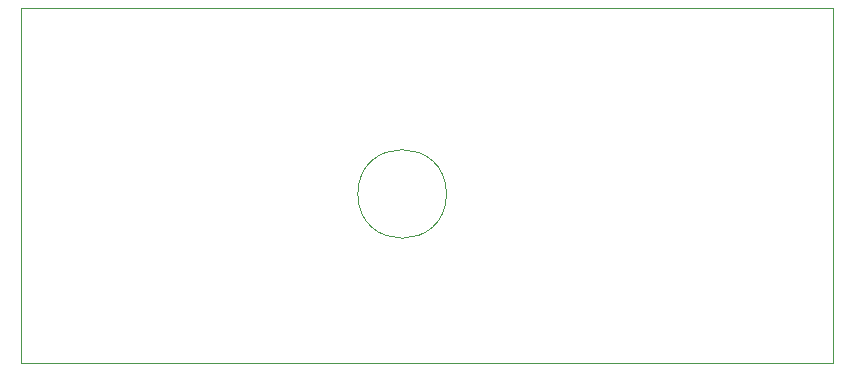
<source format=gbr>
%TF.GenerationSoftware,KiCad,Pcbnew,5.1.12-84ad8e8a86~92~ubuntu20.04.1*%
%TF.CreationDate,2021-11-09T18:46:58+01:00*%
%TF.ProjectId,VacuumPick,56616375-756d-4506-9963-6b2e6b696361,rev?*%
%TF.SameCoordinates,Original*%
%TF.FileFunction,Profile,NP*%
%FSLAX46Y46*%
G04 Gerber Fmt 4.6, Leading zero omitted, Abs format (unit mm)*
G04 Created by KiCad (PCBNEW 5.1.12-84ad8e8a86~92~ubuntu20.04.1) date 2021-11-09 18:46:58*
%MOMM*%
%LPD*%
G01*
G04 APERTURE LIST*
%TA.AperFunction,Profile*%
%ADD10C,0.050000*%
%TD*%
G04 APERTURE END LIST*
D10*
X68000000Y-92250000D02*
X68000000Y-62250000D01*
X136800000Y-92250000D02*
X68000000Y-92250000D01*
X136800000Y-62250000D02*
X136800000Y-92250000D01*
X68000000Y-62250000D02*
X136800000Y-62250000D01*
X104052999Y-77950000D02*
G75*
G03*
X104052999Y-77950000I-3752999J0D01*
G01*
M02*

</source>
